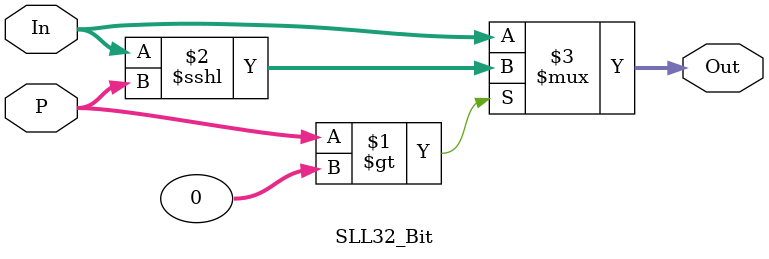
<source format=v>

module SLL32_Bit(Out , In , P);

  // Vectors

    input  [4:0]  P ; // # of Positions

    input  [31:0] In ; //Input
  
    output [31:0] Out ;// output
  
  // Out = (2)^P * In 
  
    assign Out = (P > 0) ? (In <<< P) : In ;


endmodule
</source>
